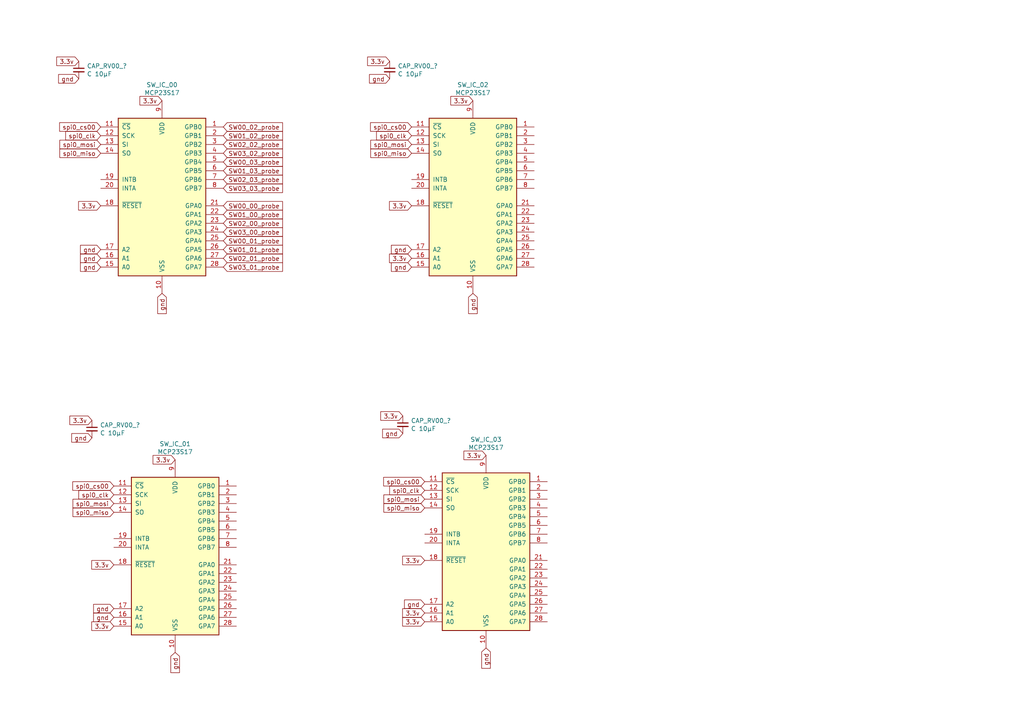
<source format=kicad_sch>
(kicad_sch (version 20230121) (generator eeschema)
  (paper "A4")
  (lib_symbols
    (symbol "Device:C_Small" (pin_numbers hide) (pin_names (offset 0.254) hide)
      (property "Reference" "C" (at 0.254 1.778 0))
      (property "Value" "C_Small" (at 0.254 -2.032 0))
      (symbol "C_Small_0_1"
        (polyline (pts (xy -1.524 -0.508) (xy 1.524 -0.508)) (stroke (width 0.3302)))
        (polyline (pts (xy -1.524 0.508) (xy 1.524 0.508)) (stroke (width 0.3048)))
      )
      (symbol "C_Small_1_1"
        (pin passive line (at 0 2.54 270) (length 2.032) (name "~") (number "1"))
        (pin passive line (at 0 -2.54 90) (length 2.032) (name "~") (number "2"))
      )
    )
    (symbol "Interface_Expansion:MCP23S17_SP" (pin_names (offset 1.016))
      (property "Reference" "U" (at -11.43 24.13 0))
      (property "Value" "MCP23S17_SP" (at 0 0 0))
      (symbol "MCP23S17_SP_0_1"
        (rectangle (start -12.7 22.86) (end 12.7 -22.86) (stroke (width 0.254)) (fill (type background)))
      )
      (symbol "MCP23S17_SP_1_1"
        (pin bidirectional line (at 17.78 20.32 180) (length 5.08) (name "GPB0") (number "1"))
        (pin power_in line (at 0 -27.94 90) (length 5.08) (name "VSS") (number "10"))
        (pin input line (at -17.78 20.32 0) (length 5.08) (name "~{CS}") (number "11"))
        (pin input line (at -17.78 17.78 0) (length 5.08) (name "SCK") (number "12"))
        (pin input line (at -17.78 15.24 0) (length 5.08) (name "SI") (number "13"))
        (pin output line (at -17.78 12.7 0) (length 5.08) (name "SO") (number "14"))
        (pin input line (at -17.78 -20.32 0) (length 5.08) (name "A0") (number "15"))
        (pin input line (at -17.78 -17.78 0) (length 5.08) (name "A1") (number "16"))
        (pin input line (at -17.78 -15.24 0) (length 5.08) (name "A2") (number "17"))
        (pin input line (at -17.78 -2.54 0) (length 5.08) (name "~{RESET}") (number "18"))
        (pin tri_state line (at -17.78 5.08 0) (length 5.08) (name "INTB") (number "19"))
        (pin bidirectional line (at 17.78 17.78 180) (length 5.08) (name "GPB1") (number "2"))
        (pin tri_state line (at -17.78 2.54 0) (length 5.08) (name "INTA") (number "20"))
        (pin bidirectional line (at 17.78 -2.54 180) (length 5.08) (name "GPA0") (number "21"))
        (pin bidirectional line (at 17.78 -5.08 180) (length 5.08) (name "GPA1") (number "22"))
        (pin bidirectional line (at 17.78 -7.62 180) (length 5.08) (name "GPA2") (number "23"))
        (pin bidirectional line (at 17.78 -10.16 180) (length 5.08) (name "GPA3") (number "24"))
        (pin bidirectional line (at 17.78 -12.7 180) (length 5.08) (name "GPA4") (number "25"))
        (pin bidirectional line (at 17.78 -15.24 180) (length 5.08) (name "GPA5") (number "26"))
        (pin bidirectional line (at 17.78 -17.78 180) (length 5.08) (name "GPA6") (number "27"))
        (pin bidirectional line (at 17.78 -20.32 180) (length 5.08) (name "GPA7") (number "28"))
        (pin bidirectional line (at 17.78 15.24 180) (length 5.08) (name "GPB2") (number "3"))
        (pin bidirectional line (at 17.78 12.7 180) (length 5.08) (name "GPB3") (number "4"))
        (pin bidirectional line (at 17.78 10.16 180) (length 5.08) (name "GPB4") (number "5"))
        (pin bidirectional line (at 17.78 7.62 180) (length 5.08) (name "GPB5") (number "6"))
        (pin bidirectional line (at 17.78 5.08 180) (length 5.08) (name "GPB6") (number "7"))
        (pin bidirectional line (at 17.78 2.54 180) (length 5.08) (name "GPB7") (number "8"))
        (pin power_in line (at 0 27.94 270) (length 5.08) (name "VDD") (number "9"))
      )
    )
  )
  (global_label "SW02_01_probe" (shape input) (at 64.77 74.93 0) (property "Intersheetrefs" "${INTERSHEET_REFS}" (effects hide)))
  (global_label "3.3v" (shape input) (at 50.8 133.35 180) (property "Intersheetrefs" "${INTERSHEET_REFS}" (effects hide)))
  (global_label "spi0_clk" (shape input) (at 33.02 143.51 180) (property "Intersheetrefs" "${INTERSHEET_REFS}" (effects hide)))
  (global_label "3.3v" (shape input) (at 140.97 132.08 180) (property "Intersheetrefs" "${INTERSHEET_REFS}" (effects hide)))
  (global_label "SW00_03_probe" (shape input) (at 64.77 46.99 0) (property "Intersheetrefs" "${INTERSHEET_REFS}" (effects hide)))
  (global_label "spi0_miso" (shape input) (at 119.38 44.45 180) (property "Intersheetrefs" "${INTERSHEET_REFS}" (effects hide)))
  (global_label "spi0_mosi" (shape input) (at 33.02 146.05 180) (property "Intersheetrefs" "${INTERSHEET_REFS}" (effects hide)))
  (global_label "SW01_00_probe" (shape input) (at 64.77 62.23 0) (property "Intersheetrefs" "${INTERSHEET_REFS}" (effects hide)))
  (global_label "spi0_miso" (shape input) (at 29.21 44.45 180) (property "Intersheetrefs" "${INTERSHEET_REFS}" (effects hide)))
  (global_label "3.3v" (shape input) (at 123.19 180.34 180) (property "Intersheetrefs" "${INTERSHEET_REFS}" (effects hide)))
  (global_label "3.3v" (shape input) (at 46.99 29.21 180) (property "Intersheetrefs" "${INTERSHEET_REFS}" (effects hide)))
  (global_label "spi0_clk" (shape input) (at 119.38 39.37 180) (property "Intersheetrefs" "${INTERSHEET_REFS}" (effects hide)))
  (global_label "gnd" (shape input) (at 29.21 72.39 180) (property "Intersheetrefs" "${INTERSHEET_REFS}" (effects hide)))
  (global_label "3.3v" (shape input) (at 29.21 59.69 180) (property "Intersheetrefs" "${INTERSHEET_REFS}" (effects hide)))
  (global_label "SW03_00_probe" (shape input) (at 64.77 67.31 0) (property "Intersheetrefs" "${INTERSHEET_REFS}" (effects hide)))
  (global_label "SW01_01_probe" (shape input) (at 64.77 72.39 0) (property "Intersheetrefs" "${INTERSHEET_REFS}" (effects hide)))
  (global_label "gnd" (shape input) (at 119.38 77.47 180) (property "Intersheetrefs" "${INTERSHEET_REFS}" (effects hide)))
  (global_label "3.3v" (shape input) (at 22.86 17.78 180) (property "Intersheetrefs" "${INTERSHEET_REFS}" (effects hide)))
  (global_label "SW01_03_probe" (shape input) (at 64.77 49.53 0) (property "Intersheetrefs" "${INTERSHEET_REFS}" (effects hide)))
  (global_label "3.3v" (shape input) (at 137.16 29.21 180) (property "Intersheetrefs" "${INTERSHEET_REFS}" (effects hide)))
  (global_label "gnd" (shape input) (at 119.38 72.39 180) (property "Intersheetrefs" "${INTERSHEET_REFS}" (effects hide)))
  (global_label "gnd" (shape input) (at 33.02 179.07 180) (property "Intersheetrefs" "${INTERSHEET_REFS}" (effects hide)))
  (global_label "gnd" (shape input) (at 113.03 22.86 180) (property "Intersheetrefs" "${INTERSHEET_REFS}" (effects hide)))
  (global_label "gnd" (shape input) (at 140.97 187.96 270) (property "Intersheetrefs" "${INTERSHEET_REFS}" (effects hide)))
  (global_label "SW00_02_probe" (shape input) (at 64.77 36.83 0) (property "Intersheetrefs" "${INTERSHEET_REFS}" (effects hide)))
  (global_label "SW00_01_probe" (shape input) (at 64.77 69.85 0) (property "Intersheetrefs" "${INTERSHEET_REFS}" (effects hide)))
  (global_label "gnd" (shape input) (at 123.19 175.26 180) (property "Intersheetrefs" "${INTERSHEET_REFS}" (effects hide)))
  (global_label "gnd" (shape input) (at 46.99 85.09 270) (property "Intersheetrefs" "${INTERSHEET_REFS}" (effects hide)))
  (global_label "spi0_miso" (shape input) (at 33.02 148.59 180) (property "Intersheetrefs" "${INTERSHEET_REFS}" (effects hide)))
  (global_label "SW03_02_probe" (shape input) (at 64.77 44.45 0) (property "Intersheetrefs" "${INTERSHEET_REFS}" (effects hide)))
  (global_label "SW02_03_probe" (shape input) (at 64.77 52.07 0) (property "Intersheetrefs" "${INTERSHEET_REFS}" (effects hide)))
  (global_label "spi0_miso" (shape input) (at 123.19 147.32 180) (property "Intersheetrefs" "${INTERSHEET_REFS}" (effects hide)))
  (global_label "spi0_cs00" (shape input) (at 123.19 139.7 180) (property "Intersheetrefs" "${INTERSHEET_REFS}" (effects hide)))
  (global_label "spi0_mosi" (shape input) (at 29.21 41.91 180) (property "Intersheetrefs" "${INTERSHEET_REFS}" (effects hide)))
  (global_label "SW03_03_probe" (shape input) (at 64.77 54.61 0) (property "Intersheetrefs" "${INTERSHEET_REFS}" (effects hide)))
  (global_label "3.3v" (shape input) (at 26.67 121.92 180) (property "Intersheetrefs" "${INTERSHEET_REFS}" (effects hide)))
  (global_label "SW00_00_probe" (shape input) (at 64.77 59.69 0) (property "Intersheetrefs" "${INTERSHEET_REFS}" (effects hide)))
  (global_label "SW03_01_probe" (shape input) (at 64.77 77.47 0) (property "Intersheetrefs" "${INTERSHEET_REFS}" (effects hide)))
  (global_label "spi0_clk" (shape input) (at 29.21 39.37 180) (property "Intersheetrefs" "${INTERSHEET_REFS}" (effects hide)))
  (global_label "gnd" (shape input) (at 137.16 85.09 270) (property "Intersheetrefs" "${INTERSHEET_REFS}" (effects hide)))
  (global_label "spi0_mosi" (shape input) (at 119.38 41.91 180) (property "Intersheetrefs" "${INTERSHEET_REFS}" (effects hide)))
  (global_label "gnd" (shape input) (at 29.21 77.47 180) (property "Intersheetrefs" "${INTERSHEET_REFS}" (effects hide)))
  (global_label "gnd" (shape input) (at 33.02 176.53 180) (property "Intersheetrefs" "${INTERSHEET_REFS}" (effects hide)))
  (global_label "gnd" (shape input) (at 26.67 127 180) (property "Intersheetrefs" "${INTERSHEET_REFS}" (effects hide)))
  (global_label "SW02_02_probe" (shape input) (at 64.77 41.91 0) (property "Intersheetrefs" "${INTERSHEET_REFS}" (effects hide)))
  (global_label "3.3v" (shape input) (at 119.38 59.69 180) (property "Intersheetrefs" "${INTERSHEET_REFS}" (effects hide)))
  (global_label "SW02_00_probe" (shape input) (at 64.77 64.77 0) (property "Intersheetrefs" "${INTERSHEET_REFS}" (effects hide)))
  (global_label "gnd" (shape input) (at 29.21 74.93 180) (property "Intersheetrefs" "${INTERSHEET_REFS}" (effects hide)))
  (global_label "gnd" (shape input) (at 116.84 125.73 180) (property "Intersheetrefs" "${INTERSHEET_REFS}" (effects hide)))
  (global_label "spi0_cs00" (shape input) (at 33.02 140.97 180) (property "Intersheetrefs" "${INTERSHEET_REFS}" (effects hide)))
  (global_label "3.3v" (shape input) (at 33.02 163.83 180) (property "Intersheetrefs" "${INTERSHEET_REFS}" (effects hide)))
  (global_label "3.3v" (shape input) (at 33.02 181.61 180) (property "Intersheetrefs" "${INTERSHEET_REFS}" (effects hide)))
  (global_label "3.3v" (shape input) (at 123.19 177.8 180) (property "Intersheetrefs" "${INTERSHEET_REFS}" (effects hide)))
  (global_label "SW01_02_probe" (shape input) (at 64.77 39.37 0) (property "Intersheetrefs" "${INTERSHEET_REFS}" (effects hide)))
  (global_label "3.3v" (shape input) (at 113.03 17.78 180) (property "Intersheetrefs" "${INTERSHEET_REFS}" (effects hide)))
  (global_label "gnd" (shape input) (at 50.8 189.23 270) (property "Intersheetrefs" "${INTERSHEET_REFS}" (effects hide)))
  (global_label "spi0_cs00" (shape input) (at 119.38 36.83 180) (property "Intersheetrefs" "${INTERSHEET_REFS}" (effects hide)))
  (global_label "spi0_cs00" (shape input) (at 29.21 36.83 180) (property "Intersheetrefs" "${INTERSHEET_REFS}" (effects hide)))
  (global_label "3.3v" (shape input) (at 116.84 120.65 180) (property "Intersheetrefs" "${INTERSHEET_REFS}" (effects hide)))
  (global_label "3.3v" (shape input) (at 123.19 162.56 180) (property "Intersheetrefs" "${INTERSHEET_REFS}" (effects hide)))
  (global_label "gnd" (shape input) (at 22.86 22.86 180) (property "Intersheetrefs" "${INTERSHEET_REFS}" (effects hide)))
  (global_label "spi0_mosi" (shape input) (at 123.19 144.78 180) (property "Intersheetrefs" "${INTERSHEET_REFS}" (effects hide)))
  (global_label "3.3v" (shape input) (at 119.38 74.93 180) (property "Intersheetrefs" "${INTERSHEET_REFS}" (effects hide)))
  (global_label "spi0_clk" (shape input) (at 123.19 142.24 180) (property "Intersheetrefs" "${INTERSHEET_REFS}" (effects hide)))
  (symbol (lib_id "Interface_Expansion:MCP23S17_SP") (at 137.16 57.15 0) (unit 1)
    (property "Reference" "SW_IC_02" (at 137.16 24.6126 0))
    (property "Value" "MCP23S17" (at 137.16 26.924 0))
    (property "Footprint" "Package_DIP:DIP-28_W7.62mm" (effects hide))
    (property "Datasheet" "http://ww1.microchip.com/downloads/en/DeviceDoc/20001952C.pdf" (effects hide))
    (instances (project "kp_gmapminiproto" (path "" (reference "SW_IC_02") (unit 1)) (path "" (reference "SWIC_?") (unit 1))))
  )
  (symbol (lib_id "Device:C_Small") (at 113.03 20.32 0) (unit 1)
    (property "Reference" "CAP_RV00_?" (at 115.3668 19.1516 0) (effects (justify left)))
    (property "Value" "C 10µF" (at 115.3668 21.463 0) (effects (justify left)))
    (property "Footprint" "Capacitor_THT:C_Disc_D5.0mm_W2.5mm_P2.50mm" (effects hide))
    (instances (project "kp_gmapminiproto" (path "" (reference "CAP_RV00_?") (unit 1)) (path "" (reference "CAP_RV00_?") (unit 1)) (path "" (reference "CAP_SW_IC_02") (unit 1))))
  )
  (symbol (lib_id "Interface_Expansion:MCP23S17_SP") (at 50.8 161.29 0) (unit 1)
    (property "Reference" "SW_IC_01" (at 50.8 128.7526 0))
    (property "Value" "MCP23S17" (at 50.8 131.064 0))
    (property "Footprint" "Package_DIP:DIP-28_W7.62mm" (effects hide))
    (property "Datasheet" "http://ww1.microchip.com/downloads/en/DeviceDoc/20001952C.pdf" (effects hide))
    (instances (project "kp_gmapminiproto" (path "" (reference "SW_IC_01") (unit 1)) (path "" (reference "SWIC_?") (unit 1))))
  )
  (symbol (lib_id "Device:C_Small") (at 26.67 124.46 0) (unit 1)
    (property "Reference" "CAP_RV00_?" (at 29.0068 123.2916 0) (effects (justify left)))
    (property "Value" "C 10µF" (at 29.0068 125.603 0) (effects (justify left)))
    (property "Footprint" "Capacitor_THT:C_Disc_D5.0mm_W2.5mm_P2.50mm" (effects hide))
    (instances (project "kp_gmapminiproto" (path "" (reference "CAP_RV00_?") (unit 1)) (path "" (reference "CAP_RV00_?") (unit 1)) (path "" (reference "CAP_SW_IC_01") (unit 1))))
  )
  (symbol (lib_id "Interface_Expansion:MCP23S17_SP") (at 140.97 160.02 0) (unit 1)
    (property "Reference" "SW_IC_03" (at 140.97 127.4826 0))
    (property "Value" "MCP23S17" (at 140.97 129.794 0))
    (property "Footprint" "Package_DIP:DIP-28_W7.62mm" (effects hide))
    (property "Datasheet" "http://ww1.microchip.com/downloads/en/DeviceDoc/20001952C.pdf" (effects hide))
    (instances (project "kp_gmapminiproto" (path "" (reference "SW_IC_03") (unit 1)) (path "" (reference "SWIC_?") (unit 1))))
  )
  (symbol (lib_id "Device:C_Small") (at 116.84 123.19 0) (unit 1)
    (property "Reference" "CAP_RV00_?" (at 119.1768 122.0216 0) (effects (justify left)))
    (property "Value" "C 10µF" (at 119.1768 124.333 0) (effects (justify left)))
    (property "Footprint" "Capacitor_THT:C_Disc_D5.0mm_W2.5mm_P2.50mm" (effects hide))
    (instances (project "kp_gmapminiproto" (path "" (reference "CAP_RV00_?") (unit 1)) (path "" (reference "CAP_RV00_?") (unit 1)) (path "" (reference "CAP_SW_IC_03") (unit 1))))
  )
  (symbol (lib_id "Interface_Expansion:MCP23S17_SP") (at 46.99 57.15 0) (unit 1)
    (property "Reference" "SW_IC_00" (at 46.99 24.6126 0))
    (property "Value" "MCP23S17" (at 46.99 26.924 0))
    (property "Footprint" "Package_DIP:DIP-28_W7.62mm" (effects hide))
    (property "Datasheet" "http://ww1.microchip.com/downloads/en/DeviceDoc/20001952C.pdf" (effects hide))
    (instances (project "kp_gmapminiproto" (path "" (reference "SW_IC_00") (unit 1)) (path "" (reference "SWIC_?") (unit 1))))
  )
  (symbol (lib_id "Device:C_Small") (at 22.86 20.32 0) (unit 1)
    (property "Reference" "CAP_RV00_?" (at 25.1968 19.1516 0) (effects (justify left)))
    (property "Value" "C 10µF" (at 25.1968 21.463 0) (effects (justify left)))
    (property "Footprint" "Capacitor_THT:C_Disc_D5.0mm_W2.5mm_P2.50mm" (effects hide))
    (instances (project "kp_gmapminiproto" (path "" (reference "CAP_RV00_?") (unit 1)) (path "" (reference "CAP_RV00_?") (unit 1)) (path "" (reference "CAP_SW_IC_00") (unit 1))))
  )
)
</source>
